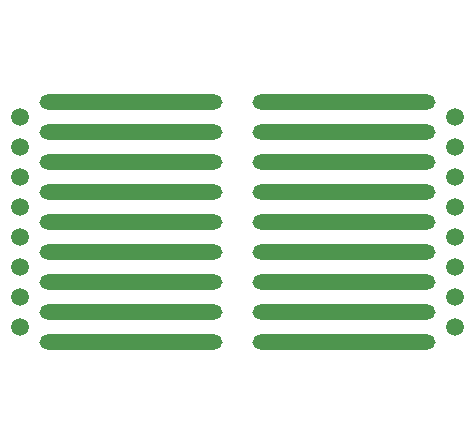
<source format=gtl>
G04*
G04 #@! TF.GenerationSoftware,Altium Limited,Altium Designer,19.0.14 (431)*
G04*
G04 Layer_Physical_Order=1*
G04 Layer_Color=255*
%FSLAX25Y25*%
%MOIN*%
G70*
G01*
G75*
G04:AMPARAMS|DCode=13|XSize=610.24mil|YSize=51.18mil|CornerRadius=25.59mil|HoleSize=0mil|Usage=FLASHONLY|Rotation=0.000|XOffset=0mil|YOffset=0mil|HoleType=Round|Shape=RoundedRectangle|*
%AMROUNDEDRECTD13*
21,1,0.61024,0.00000,0,0,0.0*
21,1,0.55905,0.05118,0,0,0.0*
1,1,0.05118,0.27953,0.00000*
1,1,0.05118,-0.27953,0.00000*
1,1,0.05118,-0.27953,0.00000*
1,1,0.05118,0.27953,0.00000*
%
%ADD13ROUNDEDRECTD13*%
%ADD14C,0.05906*%
D13*
X113000Y77500D02*
D03*
Y87500D02*
D03*
Y67500D02*
D03*
Y57500D02*
D03*
Y47500D02*
D03*
Y37500D02*
D03*
Y27500D02*
D03*
Y17500D02*
D03*
Y7500D02*
D03*
X42000D02*
D03*
Y17500D02*
D03*
Y27500D02*
D03*
Y37500D02*
D03*
Y47500D02*
D03*
Y57500D02*
D03*
Y67500D02*
D03*
Y87500D02*
D03*
Y77500D02*
D03*
D14*
X5000Y82500D02*
D03*
Y72500D02*
D03*
X5004Y62500D02*
D03*
X5000Y52500D02*
D03*
X5004Y42500D02*
D03*
X5000Y32500D02*
D03*
Y22500D02*
D03*
Y12500D02*
D03*
X150000Y82500D02*
D03*
Y72500D02*
D03*
Y62500D02*
D03*
Y52500D02*
D03*
Y42500D02*
D03*
Y32500D02*
D03*
Y22500D02*
D03*
Y12500D02*
D03*
M02*

</source>
